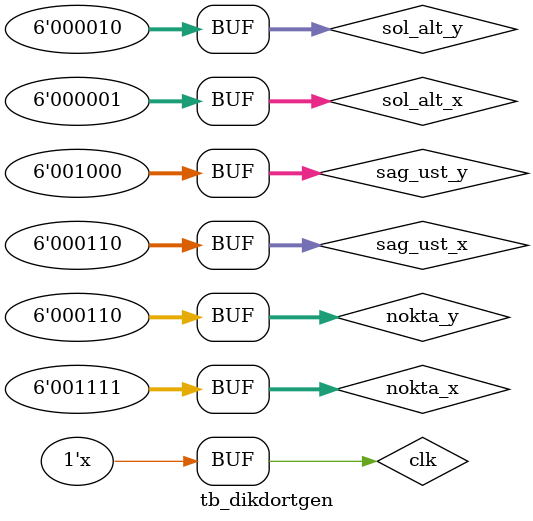
<source format=v>
`timescale 1ns / 1ps


module tb_dikdortgen(

    );
    
   reg [5:0] sol_alt_x,sol_alt_y,sag_ust_x,sag_ust_y,nokta_x,nokta_y ; 
   reg clk = 1;
   wire iceride_mi;
   wire [4:0] toplam; 
   
   dikdortgen uut(
   .sol_alt_x(sol_alt_x),
   .sol_alt_y(sol_alt_y),
   .sag_ust_x(sag_ust_x),
   .sag_ust_y(sag_ust_y),
   .nokta_x(nokta_x),
   .nokta_y(nokta_y),
   .clk(clk),
   .iceride_mi(iceride_mi),
   .toplam(toplam)
    );
   
   always begin
   clk = ~clk;
   #5;
   
   end
   
   
   initial begin
   #5; 
   sol_alt_x = 6'd1;
   sol_alt_y = 6'd2;
   sag_ust_x = 6'd6;
   sag_ust_y = 6'd8;
   nokta_x = 6'd2;
   nokta_y = 6'd3;
   #10
   nokta_x = 6'd4;
   nokta_y = 6'd6;
    #10   
   nokta_x = 6'd15;
   
   
   
   end
   
   
   
endmodule

</source>
